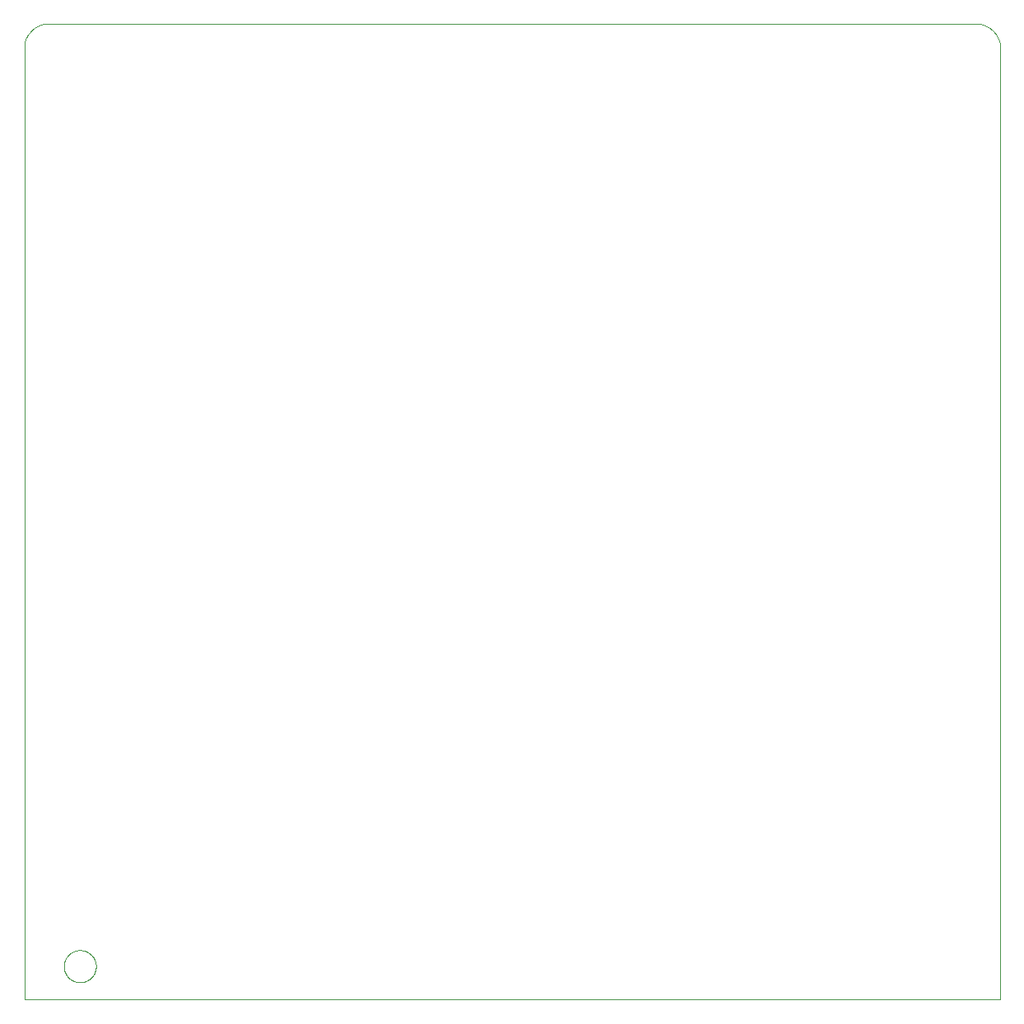
<source format=gbp>
G75*
%MOIN*%
%OFA0B0*%
%FSLAX25Y25*%
%IPPOS*%
%LPD*%
%AMOC8*
5,1,8,0,0,1.08239X$1,22.5*
%
%ADD10C,0.00000*%
D10*
X0042595Y0025000D02*
X0042595Y0412500D01*
X0050095Y0420000D02*
X0430095Y0420000D01*
X0437595Y0412500D02*
X0437595Y0025000D01*
X0042595Y0025000D01*
X0058595Y0038500D02*
X0058597Y0038661D01*
X0058603Y0038821D01*
X0058613Y0038982D01*
X0058627Y0039142D01*
X0058645Y0039302D01*
X0058666Y0039461D01*
X0058692Y0039620D01*
X0058722Y0039778D01*
X0058755Y0039935D01*
X0058793Y0040092D01*
X0058834Y0040247D01*
X0058879Y0040401D01*
X0058928Y0040554D01*
X0058981Y0040706D01*
X0059037Y0040857D01*
X0059098Y0041006D01*
X0059161Y0041154D01*
X0059229Y0041300D01*
X0059300Y0041444D01*
X0059374Y0041586D01*
X0059452Y0041727D01*
X0059534Y0041865D01*
X0059619Y0042002D01*
X0059707Y0042136D01*
X0059799Y0042268D01*
X0059894Y0042398D01*
X0059992Y0042526D01*
X0060093Y0042651D01*
X0060197Y0042773D01*
X0060304Y0042893D01*
X0060414Y0043010D01*
X0060527Y0043125D01*
X0060643Y0043236D01*
X0060762Y0043345D01*
X0060883Y0043450D01*
X0061007Y0043553D01*
X0061133Y0043653D01*
X0061261Y0043749D01*
X0061392Y0043842D01*
X0061526Y0043932D01*
X0061661Y0044019D01*
X0061799Y0044102D01*
X0061938Y0044182D01*
X0062080Y0044258D01*
X0062223Y0044331D01*
X0062368Y0044400D01*
X0062515Y0044466D01*
X0062663Y0044528D01*
X0062813Y0044586D01*
X0062964Y0044641D01*
X0063117Y0044692D01*
X0063271Y0044739D01*
X0063426Y0044782D01*
X0063582Y0044821D01*
X0063738Y0044857D01*
X0063896Y0044888D01*
X0064054Y0044916D01*
X0064213Y0044940D01*
X0064373Y0044960D01*
X0064533Y0044976D01*
X0064693Y0044988D01*
X0064854Y0044996D01*
X0065015Y0045000D01*
X0065175Y0045000D01*
X0065336Y0044996D01*
X0065497Y0044988D01*
X0065657Y0044976D01*
X0065817Y0044960D01*
X0065977Y0044940D01*
X0066136Y0044916D01*
X0066294Y0044888D01*
X0066452Y0044857D01*
X0066608Y0044821D01*
X0066764Y0044782D01*
X0066919Y0044739D01*
X0067073Y0044692D01*
X0067226Y0044641D01*
X0067377Y0044586D01*
X0067527Y0044528D01*
X0067675Y0044466D01*
X0067822Y0044400D01*
X0067967Y0044331D01*
X0068110Y0044258D01*
X0068252Y0044182D01*
X0068391Y0044102D01*
X0068529Y0044019D01*
X0068664Y0043932D01*
X0068798Y0043842D01*
X0068929Y0043749D01*
X0069057Y0043653D01*
X0069183Y0043553D01*
X0069307Y0043450D01*
X0069428Y0043345D01*
X0069547Y0043236D01*
X0069663Y0043125D01*
X0069776Y0043010D01*
X0069886Y0042893D01*
X0069993Y0042773D01*
X0070097Y0042651D01*
X0070198Y0042526D01*
X0070296Y0042398D01*
X0070391Y0042268D01*
X0070483Y0042136D01*
X0070571Y0042002D01*
X0070656Y0041865D01*
X0070738Y0041727D01*
X0070816Y0041586D01*
X0070890Y0041444D01*
X0070961Y0041300D01*
X0071029Y0041154D01*
X0071092Y0041006D01*
X0071153Y0040857D01*
X0071209Y0040706D01*
X0071262Y0040554D01*
X0071311Y0040401D01*
X0071356Y0040247D01*
X0071397Y0040092D01*
X0071435Y0039935D01*
X0071468Y0039778D01*
X0071498Y0039620D01*
X0071524Y0039461D01*
X0071545Y0039302D01*
X0071563Y0039142D01*
X0071577Y0038982D01*
X0071587Y0038821D01*
X0071593Y0038661D01*
X0071595Y0038500D01*
X0071593Y0038339D01*
X0071587Y0038179D01*
X0071577Y0038018D01*
X0071563Y0037858D01*
X0071545Y0037698D01*
X0071524Y0037539D01*
X0071498Y0037380D01*
X0071468Y0037222D01*
X0071435Y0037065D01*
X0071397Y0036908D01*
X0071356Y0036753D01*
X0071311Y0036599D01*
X0071262Y0036446D01*
X0071209Y0036294D01*
X0071153Y0036143D01*
X0071092Y0035994D01*
X0071029Y0035846D01*
X0070961Y0035700D01*
X0070890Y0035556D01*
X0070816Y0035414D01*
X0070738Y0035273D01*
X0070656Y0035135D01*
X0070571Y0034998D01*
X0070483Y0034864D01*
X0070391Y0034732D01*
X0070296Y0034602D01*
X0070198Y0034474D01*
X0070097Y0034349D01*
X0069993Y0034227D01*
X0069886Y0034107D01*
X0069776Y0033990D01*
X0069663Y0033875D01*
X0069547Y0033764D01*
X0069428Y0033655D01*
X0069307Y0033550D01*
X0069183Y0033447D01*
X0069057Y0033347D01*
X0068929Y0033251D01*
X0068798Y0033158D01*
X0068664Y0033068D01*
X0068529Y0032981D01*
X0068391Y0032898D01*
X0068252Y0032818D01*
X0068110Y0032742D01*
X0067967Y0032669D01*
X0067822Y0032600D01*
X0067675Y0032534D01*
X0067527Y0032472D01*
X0067377Y0032414D01*
X0067226Y0032359D01*
X0067073Y0032308D01*
X0066919Y0032261D01*
X0066764Y0032218D01*
X0066608Y0032179D01*
X0066452Y0032143D01*
X0066294Y0032112D01*
X0066136Y0032084D01*
X0065977Y0032060D01*
X0065817Y0032040D01*
X0065657Y0032024D01*
X0065497Y0032012D01*
X0065336Y0032004D01*
X0065175Y0032000D01*
X0065015Y0032000D01*
X0064854Y0032004D01*
X0064693Y0032012D01*
X0064533Y0032024D01*
X0064373Y0032040D01*
X0064213Y0032060D01*
X0064054Y0032084D01*
X0063896Y0032112D01*
X0063738Y0032143D01*
X0063582Y0032179D01*
X0063426Y0032218D01*
X0063271Y0032261D01*
X0063117Y0032308D01*
X0062964Y0032359D01*
X0062813Y0032414D01*
X0062663Y0032472D01*
X0062515Y0032534D01*
X0062368Y0032600D01*
X0062223Y0032669D01*
X0062080Y0032742D01*
X0061938Y0032818D01*
X0061799Y0032898D01*
X0061661Y0032981D01*
X0061526Y0033068D01*
X0061392Y0033158D01*
X0061261Y0033251D01*
X0061133Y0033347D01*
X0061007Y0033447D01*
X0060883Y0033550D01*
X0060762Y0033655D01*
X0060643Y0033764D01*
X0060527Y0033875D01*
X0060414Y0033990D01*
X0060304Y0034107D01*
X0060197Y0034227D01*
X0060093Y0034349D01*
X0059992Y0034474D01*
X0059894Y0034602D01*
X0059799Y0034732D01*
X0059707Y0034864D01*
X0059619Y0034998D01*
X0059534Y0035135D01*
X0059452Y0035273D01*
X0059374Y0035414D01*
X0059300Y0035556D01*
X0059229Y0035700D01*
X0059161Y0035846D01*
X0059098Y0035994D01*
X0059037Y0036143D01*
X0058981Y0036294D01*
X0058928Y0036446D01*
X0058879Y0036599D01*
X0058834Y0036753D01*
X0058793Y0036908D01*
X0058755Y0037065D01*
X0058722Y0037222D01*
X0058692Y0037380D01*
X0058666Y0037539D01*
X0058645Y0037698D01*
X0058627Y0037858D01*
X0058613Y0038018D01*
X0058603Y0038179D01*
X0058597Y0038339D01*
X0058595Y0038500D01*
X0042596Y0412499D02*
X0042667Y0412748D01*
X0042743Y0412994D01*
X0042826Y0413238D01*
X0042915Y0413481D01*
X0043009Y0413721D01*
X0043110Y0413959D01*
X0043216Y0414194D01*
X0043327Y0414427D01*
X0043445Y0414657D01*
X0043567Y0414884D01*
X0043696Y0415108D01*
X0043829Y0415329D01*
X0043968Y0415546D01*
X0044112Y0415760D01*
X0044261Y0415971D01*
X0044415Y0416178D01*
X0044575Y0416381D01*
X0044739Y0416580D01*
X0044908Y0416776D01*
X0045081Y0416967D01*
X0045259Y0417153D01*
X0045442Y0417336D01*
X0045628Y0417514D01*
X0045819Y0417687D01*
X0046015Y0417856D01*
X0046214Y0418020D01*
X0046417Y0418180D01*
X0046624Y0418334D01*
X0046835Y0418483D01*
X0047049Y0418627D01*
X0047266Y0418766D01*
X0047487Y0418899D01*
X0047711Y0419028D01*
X0047938Y0419150D01*
X0048168Y0419268D01*
X0048401Y0419379D01*
X0048636Y0419485D01*
X0048874Y0419586D01*
X0049114Y0419680D01*
X0049357Y0419769D01*
X0049601Y0419852D01*
X0049847Y0419928D01*
X0050096Y0419999D01*
X0430095Y0419999D02*
X0430344Y0419928D01*
X0430590Y0419852D01*
X0430834Y0419769D01*
X0431077Y0419680D01*
X0431317Y0419586D01*
X0431555Y0419485D01*
X0431790Y0419379D01*
X0432023Y0419268D01*
X0432253Y0419150D01*
X0432480Y0419028D01*
X0432704Y0418899D01*
X0432925Y0418766D01*
X0433142Y0418627D01*
X0433356Y0418483D01*
X0433567Y0418334D01*
X0433774Y0418180D01*
X0433977Y0418020D01*
X0434176Y0417856D01*
X0434372Y0417687D01*
X0434563Y0417514D01*
X0434749Y0417336D01*
X0434932Y0417153D01*
X0435110Y0416967D01*
X0435283Y0416776D01*
X0435452Y0416580D01*
X0435616Y0416381D01*
X0435776Y0416178D01*
X0435930Y0415971D01*
X0436079Y0415760D01*
X0436223Y0415546D01*
X0436362Y0415329D01*
X0436495Y0415108D01*
X0436624Y0414884D01*
X0436746Y0414657D01*
X0436864Y0414427D01*
X0436975Y0414194D01*
X0437081Y0413959D01*
X0437182Y0413721D01*
X0437276Y0413481D01*
X0437365Y0413238D01*
X0437448Y0412994D01*
X0437524Y0412748D01*
X0437595Y0412499D01*
M02*

</source>
